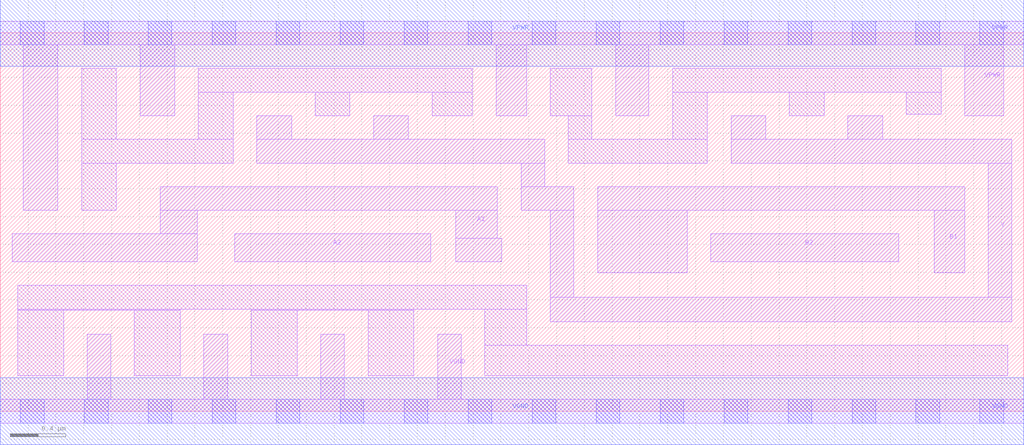
<source format=lef>
# Copyright 2020 The SkyWater PDK Authors
#
# Licensed under the Apache License, Version 2.0 (the "License");
# you may not use this file except in compliance with the License.
# You may obtain a copy of the License at
#
#     https://www.apache.org/licenses/LICENSE-2.0
#
# Unless required by applicable law or agreed to in writing, software
# distributed under the License is distributed on an "AS IS" BASIS,
# WITHOUT WARRANTIES OR CONDITIONS OF ANY KIND, either express or implied.
# See the License for the specific language governing permissions and
# limitations under the License.
#
# SPDX-License-Identifier: Apache-2.0

VERSION 5.7 ;
  NAMESCASESENSITIVE ON ;
  NOWIREEXTENSIONATPIN ON ;
  DIVIDERCHAR "/" ;
  BUSBITCHARS "[]" ;
UNITS
  DATABASE MICRONS 200 ;
END UNITS
MACRO sky130_fd_sc_hd__o22ai_4
  CLASS CORE ;
  SOURCE USER ;
  FOREIGN sky130_fd_sc_hd__o22ai_4 ;
  ORIGIN  0.000000  0.000000 ;
  SIZE  7.360000 BY  2.720000 ;
  SYMMETRY X Y R90 ;
  SITE unithd ;
  PIN A1
    ANTENNAGATEAREA  0.990000 ;
    DIRECTION INPUT ;
    USE SIGNAL ;
    PORT
      LAYER li1 ;
        RECT 0.085000 1.075000 1.415000 1.275000 ;
        RECT 1.150000 1.275000 1.415000 1.445000 ;
        RECT 1.150000 1.445000 3.575000 1.615000 ;
        RECT 3.275000 1.075000 3.605000 1.245000 ;
        RECT 3.275000 1.245000 3.575000 1.445000 ;
    END
  END A1
  PIN A2
    ANTENNAGATEAREA  0.990000 ;
    DIRECTION INPUT ;
    USE SIGNAL ;
    PORT
      LAYER li1 ;
        RECT 1.685000 1.075000 3.095000 1.275000 ;
    END
  END A2
  PIN B1
    ANTENNAGATEAREA  0.990000 ;
    DIRECTION INPUT ;
    USE SIGNAL ;
    PORT
      LAYER li1 ;
        RECT 4.295000 0.995000 4.940000 1.445000 ;
        RECT 4.295000 1.445000 6.935000 1.615000 ;
        RECT 6.715000 0.995000 6.935000 1.445000 ;
    END
  END B1
  PIN B2
    ANTENNAGATEAREA  0.990000 ;
    DIRECTION INPUT ;
    USE SIGNAL ;
    PORT
      LAYER li1 ;
        RECT 5.110000 1.075000 6.460000 1.275000 ;
    END
  END B2
  PIN Y
    ANTENNADIFFAREA  1.782000 ;
    DIRECTION OUTPUT ;
    USE SIGNAL ;
    PORT
      LAYER li1 ;
        RECT 1.845000 1.785000 3.915000 1.955000 ;
        RECT 1.845000 1.955000 2.095000 2.125000 ;
        RECT 2.685000 1.955000 2.935000 2.125000 ;
        RECT 3.745000 1.445000 4.125000 1.615000 ;
        RECT 3.745000 1.615000 3.915000 1.785000 ;
        RECT 3.955000 0.645000 7.275000 0.820000 ;
        RECT 3.955000 0.820000 4.125000 1.445000 ;
        RECT 5.255000 1.785000 7.275000 1.955000 ;
        RECT 5.255000 1.955000 5.505000 2.125000 ;
        RECT 6.095000 1.955000 6.345000 2.125000 ;
        RECT 7.105000 0.820000 7.275000 1.785000 ;
    END
  END Y
  PIN VGND
    DIRECTION INOUT ;
    SHAPE ABUTMENT ;
    USE GROUND ;
    PORT
      LAYER li1 ;
        RECT 0.000000 -0.085000 7.360000 0.085000 ;
        RECT 0.625000  0.085000 0.795000 0.555000 ;
        RECT 1.465000  0.085000 1.635000 0.555000 ;
        RECT 2.305000  0.085000 2.475000 0.555000 ;
        RECT 3.145000  0.085000 3.315000 0.555000 ;
      LAYER mcon ;
        RECT 0.145000 -0.085000 0.315000 0.085000 ;
        RECT 0.605000 -0.085000 0.775000 0.085000 ;
        RECT 1.065000 -0.085000 1.235000 0.085000 ;
        RECT 1.525000 -0.085000 1.695000 0.085000 ;
        RECT 1.985000 -0.085000 2.155000 0.085000 ;
        RECT 2.445000 -0.085000 2.615000 0.085000 ;
        RECT 2.905000 -0.085000 3.075000 0.085000 ;
        RECT 3.365000 -0.085000 3.535000 0.085000 ;
        RECT 3.825000 -0.085000 3.995000 0.085000 ;
        RECT 4.285000 -0.085000 4.455000 0.085000 ;
        RECT 4.745000 -0.085000 4.915000 0.085000 ;
        RECT 5.205000 -0.085000 5.375000 0.085000 ;
        RECT 5.665000 -0.085000 5.835000 0.085000 ;
        RECT 6.125000 -0.085000 6.295000 0.085000 ;
        RECT 6.585000 -0.085000 6.755000 0.085000 ;
        RECT 7.045000 -0.085000 7.215000 0.085000 ;
      LAYER met1 ;
        RECT 0.000000 -0.240000 7.360000 0.240000 ;
    END
  END VGND
  PIN VPWR
    DIRECTION INOUT ;
    SHAPE ABUTMENT ;
    USE POWER ;
    PORT
      LAYER li1 ;
        RECT 0.000000 2.635000 7.360000 2.805000 ;
        RECT 0.165000 1.445000 0.415000 2.635000 ;
        RECT 1.005000 2.125000 1.255000 2.635000 ;
        RECT 3.565000 2.125000 3.785000 2.635000 ;
        RECT 4.425000 2.125000 4.665000 2.635000 ;
        RECT 6.935000 2.125000 7.215000 2.635000 ;
      LAYER mcon ;
        RECT 0.145000 2.635000 0.315000 2.805000 ;
        RECT 0.605000 2.635000 0.775000 2.805000 ;
        RECT 1.065000 2.635000 1.235000 2.805000 ;
        RECT 1.525000 2.635000 1.695000 2.805000 ;
        RECT 1.985000 2.635000 2.155000 2.805000 ;
        RECT 2.445000 2.635000 2.615000 2.805000 ;
        RECT 2.905000 2.635000 3.075000 2.805000 ;
        RECT 3.365000 2.635000 3.535000 2.805000 ;
        RECT 3.825000 2.635000 3.995000 2.805000 ;
        RECT 4.285000 2.635000 4.455000 2.805000 ;
        RECT 4.745000 2.635000 4.915000 2.805000 ;
        RECT 5.205000 2.635000 5.375000 2.805000 ;
        RECT 5.665000 2.635000 5.835000 2.805000 ;
        RECT 6.125000 2.635000 6.295000 2.805000 ;
        RECT 6.585000 2.635000 6.755000 2.805000 ;
        RECT 7.045000 2.635000 7.215000 2.805000 ;
      LAYER met1 ;
        RECT 0.000000 2.480000 7.360000 2.960000 ;
    END
  END VPWR
  OBS
    LAYER li1 ;
      RECT 0.125000 0.255000 0.455000 0.725000 ;
      RECT 0.125000 0.725000 1.295000 0.735000 ;
      RECT 0.125000 0.735000 3.785000 0.905000 ;
      RECT 0.585000 1.445000 0.835000 1.785000 ;
      RECT 0.585000 1.785000 1.675000 1.955000 ;
      RECT 0.585000 1.955000 0.835000 2.465000 ;
      RECT 0.965000 0.255000 1.295000 0.725000 ;
      RECT 1.425000 1.955000 1.675000 2.295000 ;
      RECT 1.425000 2.295000 3.395000 2.465000 ;
      RECT 1.805000 0.255000 2.135000 0.725000 ;
      RECT 1.805000 0.725000 2.975000 0.735000 ;
      RECT 2.265000 2.125000 2.515000 2.295000 ;
      RECT 2.645000 0.255000 2.975000 0.725000 ;
      RECT 3.105000 2.125000 3.395000 2.295000 ;
      RECT 3.485000 0.255000 7.245000 0.475000 ;
      RECT 3.485000 0.475000 3.785000 0.735000 ;
      RECT 3.955000 2.125000 4.255000 2.465000 ;
      RECT 4.085000 1.785000 5.085000 1.955000 ;
      RECT 4.085000 1.955000 4.255000 2.125000 ;
      RECT 4.835000 1.955000 5.085000 2.295000 ;
      RECT 4.835000 2.295000 6.765000 2.465000 ;
      RECT 5.675000 2.125000 5.925000 2.295000 ;
      RECT 6.515000 2.135000 6.765000 2.295000 ;
  END
END sky130_fd_sc_hd__o22ai_4

</source>
